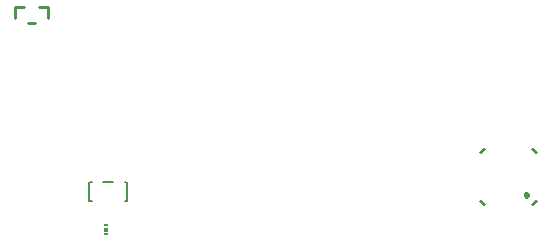
<source format=gto>
G75*
G70*
%OFA0B0*%
%FSLAX24Y24*%
%IPPOS*%
%LPD*%
%AMOC8*
5,1,8,0,0,1.08239X$1,22.5*
%
%ADD10R,0.0118X0.0059*%
%ADD11R,0.0118X0.0118*%
%ADD12C,0.0100*%
%ADD13C,0.0050*%
D10*
X003891Y001751D03*
X003891Y002047D03*
D11*
X003891Y001899D03*
D12*
X001515Y008796D02*
X001275Y008796D01*
X000835Y008956D02*
X000835Y009316D01*
X001135Y009316D01*
X001655Y009316D02*
X001955Y009316D01*
X001955Y008956D01*
X016357Y004481D02*
X016475Y004599D01*
X018090Y004599D02*
X018208Y004481D01*
X017834Y003064D02*
X017836Y003079D01*
X017841Y003092D01*
X017850Y003104D01*
X017861Y003114D01*
X017875Y003120D01*
X017889Y003123D01*
X017904Y003122D01*
X017918Y003117D01*
X017931Y003109D01*
X017941Y003099D01*
X017948Y003086D01*
X017952Y003071D01*
X017952Y003057D01*
X017948Y003042D01*
X017941Y003029D01*
X017931Y003019D01*
X017918Y003011D01*
X017904Y003006D01*
X017889Y003005D01*
X017875Y003008D01*
X017861Y003014D01*
X017850Y003024D01*
X017841Y003036D01*
X017836Y003049D01*
X017834Y003064D01*
X018090Y002749D02*
X018208Y002867D01*
X016475Y002749D02*
X016357Y002867D01*
D13*
X004579Y002859D02*
X004500Y002859D01*
X004568Y002856D02*
X004568Y003493D01*
X004559Y003489D02*
X004500Y003489D01*
X004115Y003493D02*
X003783Y003493D01*
X003398Y003489D02*
X003339Y003489D01*
X003330Y003493D02*
X003330Y002856D01*
X003339Y002859D02*
X003398Y002859D01*
M02*

</source>
